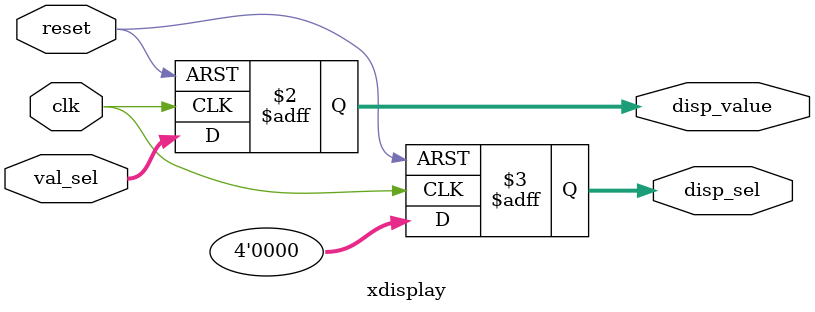
<source format=v>
`timescale 1ns / 1ps
module xdisplay(
		input 	   reset,
		input 	   clk,
		input			[7:0] val_sel,
	   output reg [7:0]    	disp_value,
		output reg [3:0]      	disp_sel
    );
	
always @(posedge clk,posedge reset)
   if (reset)begin
	  disp_sel <= 4'd0;
	  disp_value <= 8'b0;
	  end
   else begin
	  disp_sel <= 4'd0;
     disp_value <= val_sel;  
	end
	
	
	
endmodule

</source>
